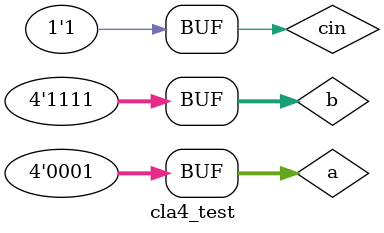
<source format=v>
`timescale 1ns / 1ps


module cla4_test;

	// Inputs
	reg [3:0] a;
	reg [3:0] b;
	reg cin;

	// Outputs
	wire [3:0] sum;
	wire cout;

	// Instantiate the Unit Under Test (UUT)
	cla4_adder uut (
		.a(a), 
		.b(b), 
		.cin(cin), 
		.sum(sum), 
		.cout(cout)
	);

	initial begin
		a = 4'b0011; b = 4'b1100; cin = 1'b0; #100;
		a = 4'b0011; b = 4'b1100; cin = 1'b1; #100;
		a = 4'b0001; b = 4'b1111; cin = 1'b1; #100;
	end
      
endmodule


</source>
